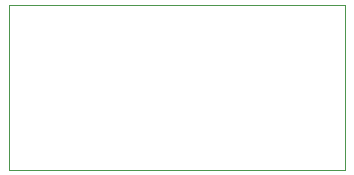
<source format=gbr>
%TF.GenerationSoftware,KiCad,Pcbnew,(6.0.9)*%
%TF.CreationDate,2022-12-13T12:42:38-05:00*%
%TF.ProjectId,Pixel_Boost,50697865-6c5f-4426-9f6f-73742e6b6963,v1*%
%TF.SameCoordinates,Original*%
%TF.FileFunction,Profile,NP*%
%FSLAX46Y46*%
G04 Gerber Fmt 4.6, Leading zero omitted, Abs format (unit mm)*
G04 Created by KiCad (PCBNEW (6.0.9)) date 2022-12-13 12:42:38*
%MOMM*%
%LPD*%
G01*
G04 APERTURE LIST*
%TA.AperFunction,Profile*%
%ADD10C,0.100000*%
%TD*%
G04 APERTURE END LIST*
D10*
X137575000Y-106000000D02*
X166025000Y-106000000D01*
X166025000Y-106000000D02*
X166025000Y-120000000D01*
X166025000Y-120000000D02*
X137575000Y-120000000D01*
X137575000Y-120000000D02*
X137575000Y-106000000D01*
M02*

</source>
